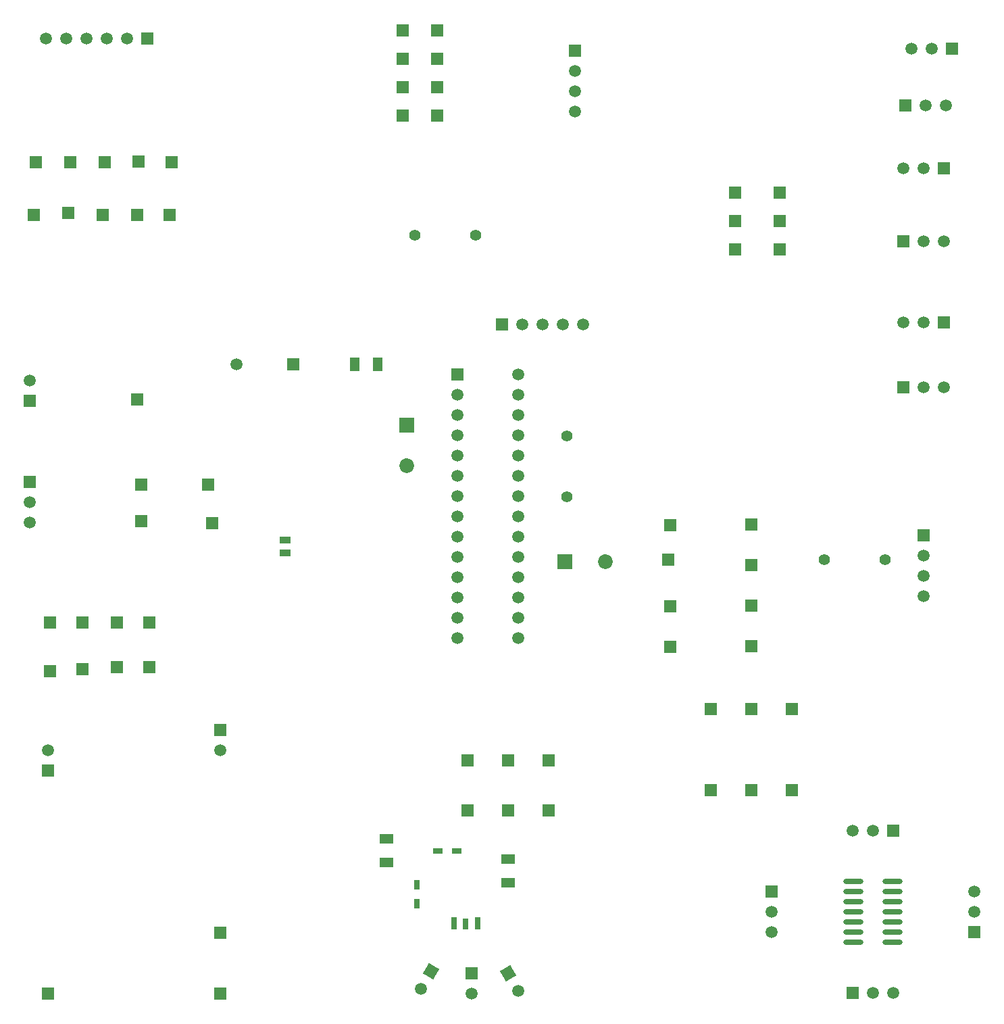
<source format=gbr>
G04 Layer_Color=255*
%FSLAX26Y26*%
%MOIN*%
%TF.FileFunction,Pads,Top*%
%TF.Part,Single*%
G01*
G75*
%TA.AperFunction,SMDPad,CuDef*%
%ADD10R,0.045276X0.070866*%
%ADD11R,0.027559X0.062992*%
%ADD12R,0.031496X0.055118*%
%ADD13R,0.030000X0.045000*%
%ADD14R,0.045000X0.030000*%
%ADD15R,0.070866X0.045276*%
%ADD16R,0.053150X0.037402*%
%ADD17O,0.098425X0.027559*%
%TA.AperFunction,ComponentPad*%
%ADD20R,0.059055X0.059055*%
%ADD21C,0.059055*%
%ADD22C,0.055118*%
%ADD23R,0.072835X0.072835*%
%ADD24C,0.072835*%
%ADD25R,0.059055X0.059055*%
%ADD26P,0.083516X4X345.0*%
%ADD27P,0.083516X4X285.0*%
%ADD28R,0.072835X0.072835*%
D10*
X1762914Y3185000D02*
D03*
X1877086D02*
D03*
D11*
X2250944Y427008D02*
D03*
X2369056D02*
D03*
D12*
X2310000Y423070D02*
D03*
D13*
X2070000Y616260D02*
D03*
Y523740D02*
D03*
D14*
X2266260Y785000D02*
D03*
X2173740D02*
D03*
D15*
X2520000Y627914D02*
D03*
Y742086D02*
D03*
X1920000Y842086D02*
D03*
Y727914D02*
D03*
D16*
X1420000Y2316496D02*
D03*
Y2253504D02*
D03*
D17*
X4416456Y335000D02*
D03*
Y385000D02*
D03*
Y435000D02*
D03*
Y485000D02*
D03*
Y535000D02*
D03*
Y585000D02*
D03*
Y635000D02*
D03*
X4223544Y335000D02*
D03*
Y385000D02*
D03*
Y435000D02*
D03*
Y485000D02*
D03*
Y535000D02*
D03*
Y585000D02*
D03*
Y635000D02*
D03*
D20*
X1100000Y80000D02*
D03*
Y380000D02*
D03*
X250000Y80000D02*
D03*
X1100000Y1380000D02*
D03*
X690000Y3010000D02*
D03*
X250000Y1180000D02*
D03*
X2320000Y1230000D02*
D03*
X3860000Y3750000D02*
D03*
Y4030000D02*
D03*
X3640000D02*
D03*
X3860000Y3890000D02*
D03*
X3640000Y3750000D02*
D03*
X2850000Y4730000D02*
D03*
X2170000Y4550000D02*
D03*
Y4830000D02*
D03*
Y4410000D02*
D03*
Y4690000D02*
D03*
X2000000Y4830000D02*
D03*
X260000Y1670000D02*
D03*
X420000Y1680000D02*
D03*
Y1910000D02*
D03*
X260000D02*
D03*
X2000000Y4690000D02*
D03*
Y4410000D02*
D03*
Y4550000D02*
D03*
X180000Y3920000D02*
D03*
X520000D02*
D03*
X850000D02*
D03*
X690000D02*
D03*
X350000Y3930000D02*
D03*
X750000Y1690000D02*
D03*
X590000D02*
D03*
X750000Y1910000D02*
D03*
X590000D02*
D03*
X530000Y4180000D02*
D03*
X695000Y4185000D02*
D03*
X860000Y4180000D02*
D03*
X2340000Y180000D02*
D03*
X4570000Y2340000D02*
D03*
X2720000Y1230000D02*
D03*
X3520000Y1485000D02*
D03*
X1040000Y2590000D02*
D03*
X1060000Y2400000D02*
D03*
X710000Y2590000D02*
D03*
X160000Y2605000D02*
D03*
X3920000Y1485000D02*
D03*
X710000Y2410000D02*
D03*
X3720000Y1485000D02*
D03*
X2520000Y1230000D02*
D03*
X3520000Y1085000D02*
D03*
X2320000Y985000D02*
D03*
X2720000D02*
D03*
X2520000D02*
D03*
X3640000Y3890000D02*
D03*
X160000Y3005000D02*
D03*
X3310000Y2220000D02*
D03*
X3320000Y2390000D02*
D03*
Y1790000D02*
D03*
Y1990000D02*
D03*
X4820000Y385000D02*
D03*
X3820000Y585000D02*
D03*
D21*
X1100000Y1280000D02*
D03*
X250000D02*
D03*
X4610000Y4740000D02*
D03*
X4510000D02*
D03*
X4580000Y4460000D02*
D03*
X4680000D02*
D03*
X4570000Y4150000D02*
D03*
X4470000D02*
D03*
X4570000Y3790000D02*
D03*
X4670000D02*
D03*
X4570000Y3390000D02*
D03*
X4470000D02*
D03*
X4570000Y3070000D02*
D03*
X4670000D02*
D03*
X2850000Y4430000D02*
D03*
Y4530000D02*
D03*
Y4630000D02*
D03*
X2270000Y3035000D02*
D03*
Y2935000D02*
D03*
Y2835000D02*
D03*
Y2735000D02*
D03*
Y2635000D02*
D03*
Y2535000D02*
D03*
Y2435000D02*
D03*
Y2335000D02*
D03*
Y2235000D02*
D03*
Y2135000D02*
D03*
Y2035000D02*
D03*
Y1935000D02*
D03*
Y1835000D02*
D03*
X2570000Y3135000D02*
D03*
Y3035000D02*
D03*
Y2935000D02*
D03*
Y2835000D02*
D03*
Y2735000D02*
D03*
Y2635000D02*
D03*
Y2535000D02*
D03*
Y2435000D02*
D03*
Y2335000D02*
D03*
Y2235000D02*
D03*
Y2135000D02*
D03*
Y2035000D02*
D03*
Y1935000D02*
D03*
Y1835000D02*
D03*
Y93398D02*
D03*
X2340000Y80000D02*
D03*
X2090000Y103398D02*
D03*
X4570000Y2040000D02*
D03*
Y2140000D02*
D03*
Y2240000D02*
D03*
X160000Y2505000D02*
D03*
Y2405000D02*
D03*
X640000Y4790000D02*
D03*
X540000D02*
D03*
X440000D02*
D03*
X340000D02*
D03*
X240000D02*
D03*
X160000Y3105000D02*
D03*
X2890000Y3380000D02*
D03*
X2790000D02*
D03*
X2690000D02*
D03*
X2590000D02*
D03*
X1180236Y3185000D02*
D03*
X4320000Y885000D02*
D03*
X4220000D02*
D03*
X4820000Y485000D02*
D03*
Y585000D02*
D03*
X4320000Y85000D02*
D03*
X4420000D02*
D03*
X3820000Y485000D02*
D03*
Y385000D02*
D03*
D22*
X2060000Y3820000D02*
D03*
X2360000D02*
D03*
X4080000Y2220000D02*
D03*
X4380000D02*
D03*
X2810000Y2830000D02*
D03*
Y2530000D02*
D03*
D23*
X2800000Y2210000D02*
D03*
D24*
X3000000D02*
D03*
X2020000Y2685000D02*
D03*
D25*
X4710000Y4740000D02*
D03*
X4480000Y4460000D02*
D03*
X4670000Y4150000D02*
D03*
X4470000Y3790000D02*
D03*
X4670000Y3390000D02*
D03*
X4470000Y3070000D02*
D03*
X2270000Y3135000D02*
D03*
X190000Y4180000D02*
D03*
X360000D02*
D03*
X3720000Y2395000D02*
D03*
Y1795000D02*
D03*
Y1995000D02*
D03*
Y2195000D02*
D03*
X3920000Y1085000D02*
D03*
X3720000D02*
D03*
X740000Y4790000D02*
D03*
X2490000Y3380000D02*
D03*
X1459764Y3185000D02*
D03*
X4420000Y885000D02*
D03*
X4220000Y85000D02*
D03*
D26*
X2520000Y180000D02*
D03*
D27*
X2140000Y190000D02*
D03*
D28*
X2020000Y2885000D02*
D03*
%TF.MD5,49782A018C348808647178578ABBBB86*%
M02*

</source>
